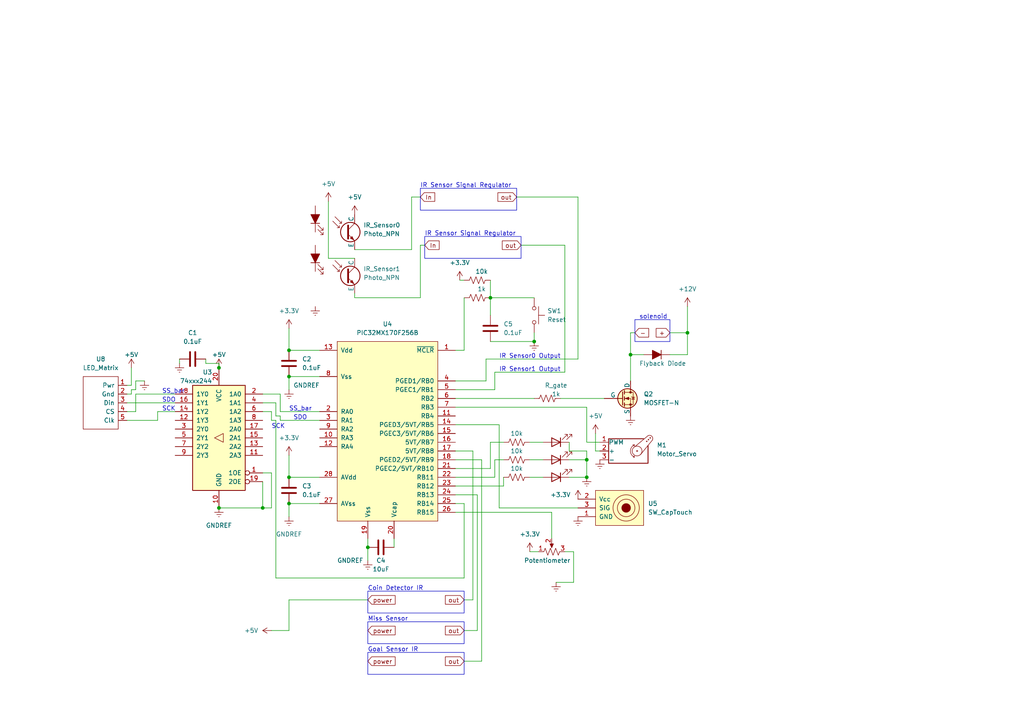
<source format=kicad_sch>
(kicad_sch (version 20230121) (generator eeschema)
  (paper "A4")
  (lib_symbols
    (symbol "Device:LED" (pin_numbers hide) (pin_names (offset 1.016) hide)
      (property "Reference" "D" (at 0 2.54 0))
      (property "Value" "LED" (at 0 -2.54 0))
      (symbol "LED_0_1"
        (polyline (pts (xy -1.27 -1.27) (xy -1.27 1.27)) (stroke (width 0.254)))
        (polyline (pts (xy -1.27 0) (xy 1.27 0)))
        (polyline (pts (xy 1.27 -1.27) (xy 1.27 1.27) (xy -1.27 0) (xy 1.27 -1.27)) (stroke (width 0.254)))
        (polyline (pts (xy -3.048 -0.762) (xy -4.572 -2.286) (xy -3.81 -2.286) (xy -4.572 -2.286) (xy -4.572 -1.524)))
        (polyline (pts (xy -1.778 -0.762) (xy -3.302 -2.286) (xy -2.54 -2.286) (xy -3.302 -2.286) (xy -3.302 -1.524)))
      )
      (symbol "LED_1_1"
        (pin passive line (at -3.81 0 0) (length 2.54) (name "K") (number "1"))
        (pin passive line (at 3.81 0 180) (length 2.54) (name "A") (number "2"))
      )
    )
    (symbol "ME218_BaseLib:74xxx244" (pin_names (offset 1.016))
      (property "Reference" "U" (at -7.62 16.51 0))
      (property "Value" "74xxx244" (at -7.62 -16.51 0))
      (symbol "74xxx244_1_0"
        (polyline (pts (xy 1.27 0) (xy -1.27 1.27) (xy -1.27 -1.27) (xy 1.27 0)) (stroke (width 0.1524)))
        (pin input inverted (at -12.7 -10.16 0) (length 5.08) (name "1OE") (number "1"))
        (pin power_in line (at 0 -20.32 90) (length 5.08) (name "GND") (number "10"))
        (pin input line (at -12.7 -5.08 0) (length 5.08) (name "2A3") (number "11"))
        (pin output line (at 12.7 5.08 180) (length 5.08) (name "1Y3") (number "12"))
        (pin input line (at -12.7 -2.54 0) (length 5.08) (name "2A2") (number "13"))
        (pin output line (at 12.7 7.62 180) (length 5.08) (name "1Y2") (number "14"))
        (pin input line (at -12.7 0 0) (length 5.08) (name "2A1") (number "15"))
        (pin output line (at 12.7 10.16 180) (length 5.08) (name "1Y1") (number "16"))
        (pin input line (at -12.7 2.54 0) (length 5.08) (name "2A0") (number "17"))
        (pin output line (at 12.7 12.7 180) (length 5.08) (name "1Y0") (number "18"))
        (pin input inverted (at -12.7 -12.7 0) (length 5.08) (name "2OE") (number "19"))
        (pin input line (at -12.7 12.7 0) (length 5.08) (name "1A0") (number "2"))
        (pin power_in line (at 0 20.32 270) (length 5.08) (name "VCC") (number "20"))
        (pin output line (at 12.7 2.54 180) (length 5.08) (name "2Y0") (number "3"))
        (pin input line (at -12.7 10.16 0) (length 5.08) (name "1A1") (number "4"))
        (pin output line (at 12.7 0 180) (length 5.08) (name "2Y1") (number "5"))
        (pin input line (at -12.7 7.62 0) (length 5.08) (name "1A2") (number "6"))
        (pin output line (at 12.7 -2.54 180) (length 5.08) (name "2Y2") (number "7"))
        (pin input line (at -12.7 5.08 0) (length 5.08) (name "1A3") (number "8"))
        (pin output line (at 12.7 -5.08 180) (length 5.08) (name "2Y3") (number "9"))
      )
      (symbol "74xxx244_1_1"
        (rectangle (start -7.62 15.24) (end 7.62 -15.24) (stroke (width 0.254)) (fill (type background)))
      )
    )
    (symbol "ME218_BaseLib:Cap" (pin_numbers hide) (pin_names (offset 0.254))
      (property "Reference" "C" (at 0.635 2.54 0))
      (property "Value" "Cap" (at 0.635 -2.54 0))
      (symbol "Cap_0_1"
        (polyline (pts (xy -2.032 -0.762) (xy 2.032 -0.762)) (stroke (width 0.508)))
        (polyline (pts (xy -2.032 0.762) (xy 2.032 0.762)) (stroke (width 0.508)))
      )
      (symbol "Cap_1_1"
        (pin passive line (at 0 3.81 270) (length 2.794) (name "~") (number "1"))
        (pin passive line (at 0 -3.81 90) (length 2.794) (name "~") (number "2"))
      )
    )
    (symbol "ME218_BaseLib:Diode" (pin_numbers hide) (pin_names (offset 1.016) hide)
      (property "Reference" "D" (at 0 2.54 0))
      (property "Value" "Diode" (at 0 -2.54 0))
      (symbol "Diode_0_1"
        (polyline (pts (xy -1.27 1.27) (xy -1.27 -1.27)) (stroke (width 0.2032)))
        (polyline (pts (xy 1.27 0) (xy -1.27 0)))
        (polyline (pts (xy 1.27 1.27) (xy 1.27 -1.27) (xy -1.27 0) (xy 1.27 1.27)) (stroke (width 0.2032)) (fill (type outline)))
      )
      (symbol "Diode_1_1"
        (pin passive line (at -3.81 0 0) (length 2.54) (name "K") (number "1"))
        (pin passive line (at 3.81 0 180) (length 2.54) (name "A") (number "2"))
      )
    )
    (symbol "ME218_BaseLib:LED" (pin_numbers hide) (pin_names (offset 1.016) hide)
      (property "Reference" "D" (at 0 2.54 0))
      (property "Value" "LED" (at 0 -2.54 0))
      (symbol "LED_0_1"
        (polyline (pts (xy -1.27 -1.27) (xy -1.27 1.27)) (stroke (width 0.2032)))
        (polyline (pts (xy -1.27 0) (xy 1.27 0)))
        (polyline (pts (xy 1.27 -1.27) (xy 1.27 1.27) (xy -1.27 0) (xy 1.27 -1.27)) (stroke (width 0.2032)) (fill (type outline)))
        (polyline (pts (xy -3.048 -0.762) (xy -4.572 -2.286) (xy -3.81 -2.286) (xy -4.572 -2.286) (xy -4.572 -1.524)))
        (polyline (pts (xy -1.778 -0.762) (xy -3.302 -2.286) (xy -2.54 -2.286) (xy -3.302 -2.286) (xy -3.302 -1.524)))
      )
      (symbol "LED_1_1"
        (pin passive line (at -3.81 0 0) (length 2.54) (name "K") (number "1"))
        (pin passive line (at 3.81 0 180) (length 2.54) (name "A") (number "2"))
      )
    )
    (symbol "ME218_BaseLib:LED_Matrix" (pin_names (offset 1.016))
      (property "Reference" "U" (at 1.27 17.78 0))
      (property "Value" "LED_Matrix" (at 5.08 0 0))
      (symbol "LED_Matrix_0_1"
        (rectangle (start 0 16.51) (end 10.16 1.27))
      )
      (symbol "LED_Matrix_1_1"
        (pin power_in line (at 12.7 13.97 180) (length 2.54) (name "Pwr") (number "1"))
        (pin power_in line (at 12.7 11.43 180) (length 2.54) (name "Gnd") (number "2"))
        (pin input line (at 12.7 8.89 180) (length 2.54) (name "Din") (number "3"))
        (pin input line (at 12.7 6.35 180) (length 2.54) (name "CS") (number "4"))
        (pin input line (at 12.7 3.81 180) (length 2.54) (name "Clk") (number "5"))
      )
    )
    (symbol "ME218_BaseLib:MCP6294"
      (property "Reference" "U" (at 1.27 5.08 0))
      (property "Value" "MCP6294" (at 3.81 -5.08 0))
      (symbol "MCP6294_0_1"
        (polyline (pts (xy -5.08 5.08) (xy 5.08 0) (xy -5.08 -5.08) (xy -5.08 5.08)) (stroke (width 0.1524)) (fill (type background)))
        (pin power_in line (at -2.54 -7.62 90) (length 3.81) (name "V-") (number "11"))
        (pin power_in line (at -2.54 7.62 270) (length 3.81) (name "V+") (number "4"))
      )
      (symbol "MCP6294_1_1"
        (pin output line (at 7.62 0 180) (length 2.54) (name "~") (number "1"))
        (pin input line (at -7.62 2.54 0) (length 2.54) (name "-") (number "2"))
        (pin input line (at -7.62 -2.54 0) (length 2.54) (name "+") (number "3"))
      )
      (symbol "MCP6294_2_1"
        (pin input line (at -7.62 -2.54 0) (length 2.54) (name "+") (number "5"))
        (pin input line (at -7.62 2.54 0) (length 2.54) (name "-") (number "6"))
        (pin output line (at 7.62 0 180) (length 2.54) (name "~") (number "7"))
      )
      (symbol "MCP6294_3_1"
        (pin input line (at -7.62 -2.54 0) (length 2.54) (name "+") (number "10"))
        (pin output line (at 7.62 0 180) (length 2.54) (name "~") (number "8"))
        (pin input line (at -7.62 2.54 0) (length 2.54) (name "-") (number "9"))
      )
      (symbol "MCP6294_4_1"
        (pin input line (at -7.62 -2.54 0) (length 2.54) (name "+") (number "12"))
        (pin input line (at -7.62 2.54 0) (length 2.54) (name "-") (number "13"))
        (pin output line (at 7.62 0 180) (length 2.54) (name "~") (number "14"))
      )
    )
    (symbol "ME218_BaseLib:MOSFET-N" (pin_numbers hide) (pin_names (offset 0))
      (property "Reference" "Q" (at 5.08 1.27 0))
      (property "Value" "MOSFET-N" (at 5.08 -1.27 0))
      (symbol "MOSFET-N_0_1"
        (polyline (pts (xy 0.0508 0) (xy 0.254 0)))
        (polyline (pts (xy 0.762 -1.778) (xy 2.54 -1.778)))
        (polyline (pts (xy 0.762 -1.27) (xy 0.762 -2.286)) (stroke (width 0.254)))
        (polyline (pts (xy 0.762 0) (xy 2.54 0)))
        (polyline (pts (xy 0.762 0.508) (xy 0.762 -0.508)) (stroke (width 0.254)))
        (polyline (pts (xy 0.762 1.778) (xy 2.54 1.778)))
        (polyline (pts (xy 0.762 2.286) (xy 0.762 1.27)) (stroke (width 0.254)))
        (polyline (pts (xy 2.54 -1.778) (xy 2.54 -2.54)))
        (polyline (pts (xy 2.54 -1.778) (xy 2.54 0)))
        (polyline (pts (xy 2.54 2.54) (xy 2.54 1.778)))
        (polyline (pts (xy 0.254 1.905) (xy 0.254 -1.905) (xy 0.254 -1.905)) (stroke (width 0.254)))
        (polyline (pts (xy 1.016 0) (xy 2.032 0.381) (xy 2.032 -0.381) (xy 1.016 0)) (fill (type outline)))
        (polyline (pts (xy 2.54 -1.778) (xy 3.302 -1.778) (xy 3.302 1.778) (xy 2.54 1.778)))
        (polyline (pts (xy 2.794 0.508) (xy 2.921 0.381) (xy 3.683 0.381) (xy 3.81 0.254)))
        (polyline (pts (xy 3.302 0.381) (xy 2.921 -0.254) (xy 3.683 -0.254) (xy 3.302 0.381)))
        (circle (center 1.651 0) (radius 2.8194) (stroke (width 0.254)) (fill (type background)))
        (circle (center 2.54 -1.778) (radius 0.2794) (fill (type outline)))
        (circle (center 2.54 1.778) (radius 0.2794) (fill (type outline)))
      )
      (symbol "MOSFET-N_1_1"
        (pin passive line (at 2.54 5.08 270) (length 2.54) (name "D") (number "1"))
        (pin input line (at -5.08 0 0) (length 5.08) (name "G") (number "2"))
        (pin passive line (at 2.54 -5.08 90) (length 2.54) (name "S") (number "3"))
      )
    )
    (symbol "ME218_BaseLib:Motor_Servo" (pin_names (offset 0.0254))
      (property "Reference" "M" (at -5.08 4.445 0))
      (property "Value" "Motor_Servo" (at -5.08 -4.064 0))
      (symbol "Motor_Servo_0_1"
        (polyline (pts (xy 2.413 -1.778) (xy 2.032 -1.778)))
        (polyline (pts (xy 2.413 -1.778) (xy 2.286 -1.397)))
        (polyline (pts (xy 2.413 1.778) (xy 1.905 1.778)))
        (polyline (pts (xy 2.413 1.778) (xy 2.286 1.397)))
        (polyline (pts (xy 6.35 4.445) (xy 2.54 1.27)))
        (polyline (pts (xy 7.62 3.175) (xy 4.191 -1.016)))
        (polyline (pts (xy 5.08 3.556) (xy -5.08 3.556) (xy -5.08 -3.556) (xy 6.35 -3.556) (xy 6.35 1.524)) (stroke (width 0.254)))
        (arc (start 2.413 1.778) (mid 1.2406 0) (end 2.413 -1.778))
        (circle (center 3.175 0) (radius 0.1778))
        (circle (center 3.175 0) (radius 1.4224))
        (circle (center 5.969 2.794) (radius 0.127))
        (circle (center 6.477 3.302) (radius 0.127))
        (circle (center 6.985 3.81) (radius 0.127))
        (arc (start 7.62 3.175) (mid 7.4485 4.2735) (end 6.35 4.445))
      )
      (symbol "Motor_Servo_1_1"
        (pin passive line (at -7.62 2.54 0) (length 2.54) (name "PWM") (number "1"))
        (pin passive line (at -7.62 0 0) (length 2.54) (name "+") (number "2"))
        (pin passive line (at -7.62 -2.54 0) (length 2.54) (name "-") (number "3"))
      )
    )
    (symbol "ME218_BaseLib:PIC32MX170F256B" (pin_names (offset 1.016))
      (property "Reference" "U" (at -20.32 25.4 0))
      (property "Value" "PIC32MX170F256B" (at -7.62 25.4 0))
      (symbol "PIC32MX170F256B_0_1"
        (rectangle (start -21.59 24.13) (end 7.62 -27.94) (fill (type background)))
      )
      (symbol "PIC32MX170F256B_1_1"
        (pin input line (at 12.7 21.59 180) (length 5.08) (name "~{MCLR}") (number "1"))
        (pin bidirectional line (at -26.67 -3.81 0) (length 5.08) (name "RA3") (number "10"))
        (pin bidirectional line (at 12.7 2.54 180) (length 5.08) (name "RB4") (number "11"))
        (pin bidirectional line (at -26.67 -6.35 0) (length 5.08) (name "RA4") (number "12"))
        (pin power_in line (at -26.67 21.59 0) (length 5.08) (name "Vdd") (number "13"))
        (pin bidirectional line (at 12.7 0 180) (length 5.08) (name "PGED3/5VT/RB5") (number "14"))
        (pin bidirectional line (at 12.7 -2.54 180) (length 5.08) (name "PGEC3/5VT/RB6") (number "15"))
        (pin bidirectional line (at 12.7 -5.08 180) (length 5.08) (name "5VT/RB7") (number "16"))
        (pin bidirectional line (at 12.7 -7.62 180) (length 5.08) (name "5VT/RB8") (number "17"))
        (pin bidirectional line (at 12.7 -10.16 180) (length 5.08) (name "PGED2/5VT/RB9") (number "18"))
        (pin power_in line (at -12.7 -33.02 90) (length 5.08) (name "Vss") (number "19"))
        (pin bidirectional line (at -26.67 3.81 0) (length 5.08) (name "RA0") (number "2"))
        (pin input line (at -5.08 -33.02 90) (length 5.08) (name "Vcap") (number "20"))
        (pin bidirectional line (at 12.7 -12.7 180) (length 5.08) (name "PGEC2/5VT/RB10") (number "21"))
        (pin bidirectional line (at 12.7 -15.24 180) (length 5.08) (name "RB11") (number "22"))
        (pin bidirectional line (at 12.7 -17.78 180) (length 5.08) (name "RB12") (number "23"))
        (pin bidirectional line (at 12.7 -20.32 180) (length 5.08) (name "RB13") (number "24"))
        (pin bidirectional line (at 12.7 -22.86 180) (length 5.08) (name "RB14") (number "25"))
        (pin bidirectional line (at 12.7 -25.4 180) (length 5.08) (name "RB15") (number "26"))
        (pin power_in line (at -26.67 -22.86 0) (length 5.08) (name "AVss") (number "27"))
        (pin power_in line (at -26.67 -15.24 0) (length 5.08) (name "AVdd") (number "28"))
        (pin bidirectional line (at -26.67 1.27 0) (length 5.08) (name "RA1") (number "3"))
        (pin bidirectional line (at 12.7 12.7 180) (length 5.08) (name "PGED1/RB0") (number "4"))
        (pin bidirectional line (at 12.7 10.16 180) (length 5.08) (name "PGEC1/RB1") (number "5"))
        (pin bidirectional line (at 12.7 7.62 180) (length 5.08) (name "RB2") (number "6"))
        (pin bidirectional line (at 12.7 5.08 180) (length 5.08) (name "RB3") (number "7"))
        (pin power_in line (at -26.67 13.97 0) (length 5.08) (name "Vss") (number "8"))
        (pin bidirectional line (at -26.67 -1.27 0) (length 5.08) (name "RA2") (number "9"))
      )
    )
    (symbol "ME218_BaseLib:Photo_NPN" (pin_numbers hide) (pin_names (offset 0))
      (property "Reference" "Q" (at 5.08 1.27 0))
      (property "Value" "Photo_NPN" (at 5.08 -1.27 0))
      (symbol "Photo_NPN_0_1"
        (polyline (pts (xy -1.905 1.27) (xy -2.54 1.27)))
        (polyline (pts (xy -1.27 2.54) (xy -1.905 2.54)))
        (polyline (pts (xy 0.635 0.635) (xy 2.54 2.54)))
        (polyline (pts (xy -3.81 3.175) (xy -1.905 1.27) (xy -1.905 1.905)))
        (polyline (pts (xy -3.175 4.445) (xy -1.27 2.54) (xy -1.27 3.175)))
        (polyline (pts (xy 0.635 -0.635) (xy 2.54 -2.54) (xy 2.54 -2.54)))
        (polyline (pts (xy 0.635 1.905) (xy 0.635 -1.905) (xy 0.635 -1.905)) (stroke (width 0.508)))
        (polyline (pts (xy 1.27 -1.778) (xy 1.778 -1.27) (xy 2.286 -2.286) (xy 1.27 -1.778) (xy 1.27 -1.778)) (fill (type outline)))
        (circle (center 1.27 0) (radius 2.8194) (stroke (width 0.254)))
      )
      (symbol "Photo_NPN_1_1"
        (pin passive line (at 2.54 5.08 270) (length 2.54) (name "C") (number "1"))
        (pin passive line (at 2.54 -5.08 90) (length 2.54) (name "E") (number "2"))
      )
    )
    (symbol "ME218_BaseLib:RPot1" (pin_names (offset 1.016) hide)
      (property "Reference" "RV" (at -4.445 0 90))
      (property "Value" "RPot1" (at -2.54 0 90))
      (symbol "RPot1_0_1"
        (polyline (pts (xy 0 -2.286) (xy 0 -2.54)))
        (polyline (pts (xy 0 2.54) (xy 0 2.286)))
        (polyline (pts (xy 2.54 0) (xy 1.524 0)))
        (polyline (pts (xy 1.143 0) (xy 2.286 0.508) (xy 2.286 -0.508) (xy 1.143 0)) (fill (type outline)))
        (polyline (pts (xy 0 -0.762) (xy 1.016 -1.143) (xy 0 -1.524) (xy -1.016 -1.905) (xy 0 -2.286)))
        (polyline (pts (xy 0 0.762) (xy 1.016 0.381) (xy 0 0) (xy -1.016 -0.381) (xy 0 -0.762)))
        (polyline (pts (xy 0 2.286) (xy 1.016 1.905) (xy 0 1.524) (xy -1.016 1.143) (xy 0 0.762)))
      )
      (symbol "RPot1_1_1"
        (pin passive line (at 0 3.81 270) (length 1.27) (name "1") (number "1"))
        (pin passive line (at 3.81 0 180) (length 1.27) (name "2") (number "2"))
        (pin passive line (at 0 -3.81 90) (length 1.27) (name "3") (number "3"))
      )
    )
    (symbol "ME218_BaseLib:Res1" (pin_numbers hide) (pin_names (offset 0))
      (property "Reference" "R" (at 2.54 0 90))
      (property "Value" "Res1" (at -2.54 0 90))
      (symbol "Res1_0_1"
        (polyline (pts (xy 0 -2.286) (xy 0 -2.54)))
        (polyline (pts (xy 0 2.286) (xy 0 2.54)))
        (polyline (pts (xy 0 -0.762) (xy 1.016 -1.143) (xy 0 -1.524) (xy -1.016 -1.905) (xy 0 -2.286)))
        (polyline (pts (xy 0 0.762) (xy 1.016 0.381) (xy 0 0) (xy -1.016 -0.381) (xy 0 -0.762)))
        (polyline (pts (xy 0 2.286) (xy 1.016 1.905) (xy 0 1.524) (xy -1.016 1.143) (xy 0 0.762)))
      )
      (symbol "Res1_1_1"
        (pin passive line (at 0 3.81 270) (length 1.27) (name "~") (number "1"))
        (pin passive line (at 0 -3.81 90) (length 1.27) (name "~") (number "2"))
      )
    )
    (symbol "ME218_BaseLib:SW-PB" (pin_numbers hide) (pin_names (offset 1.016) hide)
      (property "Reference" "SW" (at 1.27 2.54 0))
      (property "Value" "SW-PB" (at 0 -1.524 0))
      (symbol "SW-PB_0_1"
        (circle (center -2.032 0) (radius 0.508))
        (polyline (pts (xy 0 1.27) (xy 0 3.048)))
        (polyline (pts (xy 2.54 1.27) (xy -2.54 1.27)))
        (circle (center 2.032 0) (radius 0.508))
        (pin passive line (at -5.08 0 0) (length 2.54) (name "1") (number "1"))
        (pin passive line (at 5.08 0 180) (length 2.54) (name "2") (number "2"))
      )
    )
    (symbol "ME218_BaseLib:SW_CapTouch" (pin_names (offset 1.016))
      (property "Reference" "U" (at -3.81 6.35 0))
      (property "Value" "SW_CapTouch" (at 2.54 -6.35 0))
      (symbol "SW_CapTouch_0_1"
        (rectangle (start -5.08 5.08) (end 8.89 -5.08) (fill (type background)))
        (circle (center 3.81 0) (radius 1.27) (fill (type outline)))
        (circle (center 3.81 0) (radius 2.54))
        (circle (center 3.81 0) (radius 3.81))
      )
      (symbol "SW_CapTouch_1_1"
        (pin power_in line (at -10.16 -2.54 0) (length 5.08) (name "GND") (number "1"))
        (pin power_in line (at -10.16 2.54 0) (length 5.08) (name "Vcc") (number "2"))
        (pin output line (at -10.16 0 0) (length 5.08) (name "SIG") (number "3"))
      )
    )
    (symbol "power:+12V" (power) (pin_names (offset 0))
      (property "Value" "+12V" (at 0 3.556 0))
      (symbol "+12V_0_1"
        (polyline (pts (xy -0.762 1.27) (xy 0 2.54)))
        (polyline (pts (xy 0 0) (xy 0 2.54)))
        (polyline (pts (xy 0 2.54) (xy 0.762 1.27)))
      )
      (symbol "+12V_1_1"
        (pin power_in line (at 0 0 90) (length 0) hide (name "+12V") (number "1"))
      )
    )
    (symbol "power:+3.3V" (power) (pin_names (offset 0))
      (property "Value" "+3.3V" (at 0 3.556 0))
      (symbol "+3.3V_0_1"
        (polyline (pts (xy -0.762 1.27) (xy 0 2.54)))
        (polyline (pts (xy 0 0) (xy 0 2.54)))
        (polyline (pts (xy 0 2.54) (xy 0.762 1.27)))
      )
      (symbol "+3.3V_1_1"
        (pin power_in line (at 0 0 90) (length 0) hide (name "+3.3V") (number "1"))
      )
    )
    (symbol "power:+5V" (power) (pin_names (offset 0))
      (property "Value" "+5V" (at 0 3.556 0))
      (symbol "+5V_0_1"
        (polyline (pts (xy -0.762 1.27) (xy 0 2.54)))
        (polyline (pts (xy 0 0) (xy 0 2.54)))
        (polyline (pts (xy 0 2.54) (xy 0.762 1.27)))
      )
      (symbol "+5V_1_1"
        (pin power_in line (at 0 0 90) (length 0) hide (name "+5V") (number "1"))
      )
    )
    (symbol "power:GNDREF" (power) (pin_names (offset 0))
      (property "Value" "GNDREF" (at 0 -3.81 0))
      (symbol "GNDREF_0_1"
        (polyline (pts (xy -0.635 -1.905) (xy 0.635 -1.905)))
        (polyline (pts (xy -0.127 -2.54) (xy 0.127 -2.54)))
        (polyline (pts (xy 0 -1.27) (xy 0 0)))
        (polyline (pts (xy 1.27 -1.27) (xy -1.27 -1.27)))
      )
      (symbol "GNDREF_1_1"
        (pin power_in line (at 0 0 270) (length 0) hide (name "GNDREF") (number "1"))
      )
    )
  )
  (junction (at 83.82 146.05))
  (junction (at 359.41 50.8))
  (junction (at 334.01 66.04))
  (junction (at 106.68 158.75))
  (junction (at 379.73 68.58))
  (junction (at 379.73 71.12))
  (junction (at 416.56 67.31))
  (junction (at 398.78 57.15))
  (junction (at 154.94 99.06))
  (junction (at 170.18 138.43))
  (junction (at 346.71 50.8))
  (junction (at 365.76 63.5))
  (junction (at 170.18 133.35))
  (junction (at 412.75 67.31))
  (junction (at 351.79 50.8))
  (junction (at 63.5 106.68))
  (junction (at 199.39 96.52))
  (junction (at 63.5 147.32))
  (junction (at 83.82 138.43))
  (junction (at 76.2 147.32))
  (junction (at 379.73 63.5))
  (junction (at 182.88 102.87))
  (junction (at 83.82 101.6))
  (junction (at 142.24 86.36))
  (junction (at 393.7 68.58))
  (junction (at 83.82 109.22))
  (wire (pts (xy 83.82 173.99) (xy 83.82 182.88)))
  (wire (pts (xy 36.83 114.3) (xy 38.1 114.3)))
  (wire (pts (xy 59.69 105.41) (xy 63.5 105.41)))
  (wire (pts (xy 142.24 99.06) (xy 154.94 99.06)))
  (wire (pts (xy 38.1 113.03) (xy 39.37 113.03)))
  (wire (pts (xy 121.92 71.12) (xy 123.19 71.12)))
  (wire (pts (xy 143.51 133.35) (xy 143.51 138.43)))
  (wire (pts (xy 172.72 130.81) (xy 173.99 130.81)))
  (wire (pts (xy 45.72 119.38) (xy 50.8 119.38)))
  (wire (pts (xy 83.82 113.03) (xy 83.82 109.22)))
  (wire (pts (xy 81.28 120.65) (xy 80.01 120.65)))
  (wire (pts (xy 379.73 71.12) (xy 379.73 68.58)))
  (wire (pts (xy 83.82 146.05) (xy 92.71 146.05)))
  (wire (pts (xy 134.62 167.64) (xy 134.62 146.05)))
  (wire (pts (xy 80.01 121.92) (xy 78.74 121.92)))
  (wire (pts (xy 154.94 96.52) (xy 154.94 99.06)))
  (wire (pts (xy 132.08 110.49) (xy 140.97 110.49)))
  (wire (pts (xy 134.62 182.88) (xy 138.43 182.88)))
  (wire (pts (xy 132.08 130.81) (xy 137.16 130.81)))
  (wire (pts (xy 194.31 96.52) (xy 199.39 96.52)))
  (wire (pts (xy 76.2 139.7) (xy 76.2 147.32)))
  (wire (pts (xy 38.1 111.76) (xy 38.1 106.68)))
  (wire (pts (xy 80.01 116.84) (xy 76.2 116.84)))
  (wire (pts (xy 83.82 138.43) (xy 83.82 132.08)))
  (wire (pts (xy 416.56 67.31) (xy 412.75 67.31)))
  (wire (pts (xy 39.37 114.3) (xy 50.8 114.3)))
  (wire (pts (xy 146.05 140.97) (xy 132.08 140.97)))
  (wire (pts (xy 162.56 115.57) (xy 175.26 115.57)))
  (wire (pts (xy 182.88 102.87) (xy 186.69 102.87)))
  (wire (pts (xy 102.87 72.39) (xy 119.38 72.39)))
  (wire (pts (xy 146.05 133.35) (xy 143.51 133.35)))
  (wire (pts (xy 393.7 83.82) (xy 397.51 83.82)))
  (wire (pts (xy 144.78 147.32) (xy 144.78 123.19)))
  (wire (pts (xy 365.76 50.8) (xy 365.76 63.5)))
  (wire (pts (xy 334.01 66.04) (xy 350.52 66.04)))
  (wire (pts (xy 405.13 83.82) (xy 412.75 83.82)))
  (wire (pts (xy 78.74 137.16) (xy 78.74 147.32)))
  (wire (pts (xy 339.09 50.8) (xy 346.71 50.8)))
  (wire (pts (xy 102.87 86.36) (xy 121.92 86.36)))
  (wire (pts (xy 170.18 118.11) (xy 170.18 128.27)))
  (wire (pts (xy 38.1 114.3) (xy 38.1 113.03)))
  (wire (pts (xy 102.87 85.09) (xy 102.87 86.36)))
  (wire (pts (xy 134.62 86.36) (xy 134.62 101.6)))
  (wire (pts (xy 412.75 83.82) (xy 412.75 67.31)))
  (wire (pts (xy 170.18 133.35) (xy 165.1 133.35)))
  (wire (pts (xy 199.39 102.87) (xy 199.39 96.52)))
  (wire (pts (xy 416.56 64.77) (xy 416.56 67.31)))
  (wire (pts (xy 81.28 114.3) (xy 81.28 119.38)))
  (wire (pts (xy 132.08 115.57) (xy 154.94 115.57)))
  (wire (pts (xy 39.37 119.38) (xy 36.83 119.38)))
  (wire (pts (xy 153.67 138.43) (xy 157.48 138.43)))
  (wire (pts (xy 134.62 101.6) (xy 132.08 101.6)))
  (wire (pts (xy 140.97 104.14) (xy 167.64 104.14)))
  (wire (pts (xy 83.82 101.6) (xy 83.82 95.25)))
  (wire (pts (xy 153.67 133.35) (xy 157.48 133.35)))
  (wire (pts (xy 39.37 113.03) (xy 39.37 110.49)))
  (wire (pts (xy 167.64 147.32) (xy 144.78 147.32)))
  (wire (pts (xy 102.87 74.93) (xy 95.25 74.93)))
  (wire (pts (xy 95.25 58.42) (xy 95.25 74.93)))
  (wire (pts (xy 134.62 146.05) (xy 132.08 146.05)))
  (wire (pts (xy 163.83 160.02) (xy 166.37 160.02)))
  (wire (pts (xy 182.88 96.52) (xy 184.15 96.52)))
  (wire (pts (xy 398.78 57.15) (xy 416.56 57.15)))
  (wire (pts (xy 81.28 121.92) (xy 81.28 120.65)))
  (wire (pts (xy 359.41 40.64) (xy 359.41 50.8)))
  (wire (pts (xy 80.01 121.92) (xy 80.01 167.64)))
  (wire (pts (xy 142.24 91.44) (xy 142.24 86.36)))
  (wire (pts (xy 142.24 135.89) (xy 142.24 128.27)))
  (wire (pts (xy 39.37 114.3) (xy 39.37 119.38)))
  (wire (pts (xy 151.13 71.12) (xy 163.83 71.12)))
  (wire (pts (xy 398.78 57.15) (xy 398.78 58.42)))
  (wire (pts (xy 45.72 119.38) (xy 45.72 121.92)))
  (wire (pts (xy 165.1 128.27) (xy 165.1 130.81)))
  (wire (pts (xy 36.83 111.76) (xy 38.1 111.76)))
  (wire (pts (xy 379.73 62.23) (xy 379.73 63.5)))
  (wire (pts (xy 138.43 143.51) (xy 138.43 182.88)))
  (wire (pts (xy 166.37 168.91) (xy 161.29 168.91)))
  (wire (pts (xy 142.24 81.28) (xy 142.24 86.36)))
  (wire (pts (xy 45.72 121.92) (xy 36.83 121.92)))
  (wire (pts (xy 78.74 121.92) (xy 78.74 119.38)))
  (wire (pts (xy 114.3 156.21) (xy 114.3 158.75)))
  (wire (pts (xy 119.38 57.15) (xy 121.92 57.15)))
  (wire (pts (xy 379.73 52.07) (xy 379.73 54.61)))
  (wire (pts (xy 63.5 105.41) (xy 63.5 106.68)))
  (wire (pts (xy 160.02 148.59) (xy 160.02 156.21)))
  (wire (pts (xy 39.37 110.49) (xy 41.91 110.49)))
  (wire (pts (xy 167.64 57.15) (xy 167.64 104.14)))
  (wire (pts (xy 346.71 50.8) (xy 346.71 60.96)))
  (wire (pts (xy 199.39 96.52) (xy 199.39 88.9)))
  (wire (pts (xy 76.2 137.16) (xy 78.74 137.16)))
  (wire (pts (xy 149.86 57.15) (xy 167.64 57.15)))
  (wire (pts (xy 379.73 68.58) (xy 393.7 68.58)))
  (wire (pts (xy 106.68 156.21) (xy 106.68 158.75)))
  (wire (pts (xy 170.18 138.43) (xy 170.18 133.35)))
  (wire (pts (xy 140.97 110.49) (xy 140.97 104.14)))
  (wire (pts (xy 81.28 114.3) (xy 76.2 114.3)))
  (wire (pts (xy 351.79 40.64) (xy 351.79 50.8)))
  (wire (pts (xy 163.83 107.95) (xy 143.51 107.95)))
  (wire (pts (xy 379.73 63.5) (xy 393.7 63.5)))
  (wire (pts (xy 132.08 143.51) (xy 138.43 143.51)))
  (wire (pts (xy 106.68 173.99) (xy 83.82 173.99)))
  (wire (pts (xy 137.16 130.81) (xy 137.16 173.99)))
  (wire (pts (xy 355.6 58.42) (xy 355.6 55.88)))
  (wire (pts (xy 92.71 121.92) (xy 81.28 121.92)))
  (wire (pts (xy 83.82 109.22) (xy 92.71 109.22)))
  (wire (pts (xy 143.51 107.95) (xy 143.51 113.03)))
  (wire (pts (xy 166.37 160.02) (xy 166.37 168.91)))
  (wire (pts (xy 80.01 167.64) (xy 134.62 167.64)))
  (wire (pts (xy 139.7 133.35) (xy 139.7 191.77)))
  (wire (pts (xy 78.74 119.38) (xy 76.2 119.38)))
  (wire (pts (xy 121.92 86.36) (xy 121.92 71.12)))
  (wire (pts (xy 142.24 86.36) (xy 154.94 86.36)))
  (wire (pts (xy 182.88 102.87) (xy 182.88 96.52)))
  (wire (pts (xy 132.08 113.03) (xy 143.51 113.03)))
  (wire (pts (xy 379.73 68.58) (xy 379.73 63.5)))
  (wire (pts (xy 393.7 83.82) (xy 393.7 68.58)))
  (wire (pts (xy 142.24 128.27) (xy 146.05 128.27)))
  (wire (pts (xy 153.67 128.27) (xy 157.48 128.27)))
  (wire (pts (xy 182.88 110.49) (xy 182.88 102.87)))
  (wire (pts (xy 132.08 135.89) (xy 142.24 135.89)))
  (wire (pts (xy 76.2 147.32) (xy 63.5 147.32)))
  (wire (pts (xy 416.56 67.31) (xy 422.91 67.31)))
  (wire (pts (xy 172.72 125.73) (xy 172.72 130.81)))
  (wire (pts (xy 146.05 138.43) (xy 146.05 140.97)))
  (wire (pts (xy 143.51 138.43) (xy 132.08 138.43)))
  (wire (pts (xy 81.28 119.38) (xy 92.71 119.38)))
  (wire (pts (xy 83.82 138.43) (xy 92.71 138.43)))
  (wire (pts (xy 165.1 130.81) (xy 170.18 130.81)))
  (wire (pts (xy 134.62 81.28) (xy 133.35 81.28)))
  (wire (pts (xy 137.16 173.99) (xy 134.62 173.99)))
  (wire (pts (xy 83.82 101.6) (xy 92.71 101.6)))
  (wire (pts (xy 144.78 123.19) (xy 132.08 123.19)))
  (wire (pts (xy 412.75 67.31) (xy 408.94 67.31)))
  (wire (pts (xy 106.68 162.56) (xy 106.68 158.75)))
  (wire (pts (xy 83.82 149.86) (xy 83.82 146.05)))
  (wire (pts (xy 346.71 50.8) (xy 351.79 50.8)))
  (wire (pts (xy 59.69 104.14) (xy 59.69 105.41)))
  (wire (pts (xy 36.83 116.84) (xy 50.8 116.84)))
  (wire (pts (xy 132.08 118.11) (xy 170.18 118.11)))
  (wire (pts (xy 132.08 148.59) (xy 160.02 148.59)))
  (wire (pts (xy 83.82 182.88) (xy 78.74 182.88)))
  (wire (pts (xy 132.08 133.35) (xy 139.7 133.35)))
  (wire (pts (xy 408.94 67.31) (xy 408.94 66.04)))
  (wire (pts (xy 339.09 40.64) (xy 339.09 50.8)))
  (wire (pts (xy 359.41 50.8) (xy 365.76 50.8)))
  (wire (pts (xy 134.62 191.77) (xy 139.7 191.77)))
  (wire (pts (xy 346.71 60.96) (xy 350.52 60.96)))
  (wire (pts (xy 365.76 63.5) (xy 379.73 63.5)))
  (wire (pts (xy 80.01 120.65) (xy 80.01 116.84)))
  (wire (pts (xy 163.83 71.12) (xy 163.83 107.95)))
  (wire (pts (xy 78.74 147.32) (xy 76.2 147.32)))
  (wire (pts (xy 119.38 72.39) (xy 119.38 57.15)))
  (wire (pts (xy 165.1 138.43) (xy 170.18 138.43)))
  (wire (pts (xy 170.18 128.27) (xy 173.99 128.27)))
  (wire (pts (xy 379.73 72.39) (xy 379.73 71.12)))
  (wire (pts (xy 194.31 102.87) (xy 199.39 102.87)))
  (wire (pts (xy 170.18 130.81) (xy 170.18 133.35)))
  (wire (pts (xy 153.67 160.02) (xy 156.21 160.02)))
  (wire (pts (xy 52.07 105.41) (xy 52.07 104.14)))
  (rectangle (start 326.39 33.02) (end 429.26 87.63))
  (rectangle (start 129.54 140.97) (end 129.54 140.97))
  (rectangle (start 106.68 171.45) (end 134.62 177.8))
  (rectangle (start 106.68 180.34) (end 134.62 186.69))
  (rectangle (start 123.19 68.58) (end 151.13 74.93))
  (rectangle (start 106.68 189.23) (end 134.62 195.58))
  (rectangle (start 121.92 54.61) (end 149.86 60.96))
  (rectangle (start 184.15 92.71) (end 194.31 99.06))
  (text "SS_bar\n" (at 46.99 114.3 0) (effects (font (size 1.27 1.27)) (justify left bottom)))
  (text "Coin Detector IR" (at 106.68 171.45 0) (effects (font (size 1.27 1.27)) (justify left bottom)))
  (text "Goal Sensor IR\n" (at 106.68 189.23 0) (effects (font (size 1.27 1.27)) (justify left bottom)))
  (text "SDO" (at 85.09 121.92 0) (effects (font (size 1.27 1.27)) (justify left bottom)))
  (text "Miss Sensor" (at 106.68 180.34 0) (effects (font (size 1.27 1.27)) (justify left bottom)))
  (text "IR Sensor1 Output\n" (at 144.78 107.95 0) (effects (font (size 1.27 1.27)) (justify left bottom)))
  (text "SDO" (at 46.99 116.84 0) (effects (font (size 1.27 1.27)) (justify left bottom)))
  (text "IR Sensor0 Output\n" (at 144.78 104.14 0) (effects (font (size 1.27 1.27)) (justify left bottom)))
  (text "IR Sensor Signal Regulator\n" (at 123.19 68.58 0) (effects (font (size 1.27 1.27)) (justify left bottom)))
  (text "SCK\n" (at 46.99 119.38 0) (effects (font (size 1.27 1.27)) (justify left bottom)))
  (text "input\n" (at 340.36 43.18 0) (effects (font (size 1.27 1.27)) (justify left bottom)))
  (text "IR Sensor Signal Regulator\n" (at 363.22 31.75 0) (effects (font (size 1.27 1.27)) (justify left bottom)))
  (text "SS_bar\n" (at 83.82 119.38 0) (effects (font (size 1.27 1.27)) (justify left bottom)))
  (text "solenoid\n" (at 185.42 92.71 0) (effects (font (size 1.27 1.27)) (justify left bottom)))
  (text "SCK\n" (at 78.74 124.46 0) (effects (font (size 1.27 1.27)) (justify left bottom)))
  (text "IR Sensor Signal Regulator\n" (at 121.92 54.61 0) (effects (font (size 1.27 1.27)) (justify left bottom)))
  (label "output" (at 421.64 66.04 0))
  (global_label "+" (shape input) (at 194.31 96.52 180) (property "Intersheetrefs" "${INTERSHEET_REFS}" (effects hide)))
  (global_label "-" (shape input) (at 184.15 96.52 0) (property "Intersheetrefs" "${INTERSHEET_REFS}" (effects hide)))
  (global_label "power" (shape input) (at 106.68 182.88 0) (property "Intersheetrefs" "${INTERSHEET_REFS}" (effects hide)))
  (global_label "In" (shape input) (at 123.19 71.12 0) (property "Intersheetrefs" "${INTERSHEET_REFS}" (effects hide)))
  (global_label "out" (shape input) (at 134.62 191.77 180) (property "Intersheetrefs" "${INTERSHEET_REFS}" (effects hide)))
  (global_label "out" (shape input) (at 149.86 57.15 180) (property "Intersheetrefs" "${INTERSHEET_REFS}" (effects hide)))
  (global_label "power" (shape input) (at 106.68 173.99 0) (property "Intersheetrefs" "${INTERSHEET_REFS}" (effects hide)))
  (global_label "In" (shape input) (at 121.92 57.15 0) (property "Intersheetrefs" "${INTERSHEET_REFS}" (effects hide)))
  (global_label "out" (shape input) (at 151.13 71.12 180) (property "Intersheetrefs" "${INTERSHEET_REFS}" (effects hide)))
  (global_label "out" (shape input) (at 134.62 182.88 180) (property "Intersheetrefs" "${INTERSHEET_REFS}" (effects hide)))
  (global_label "out" (shape input) (at 134.62 173.99 180) (property "Intersheetrefs" "${INTERSHEET_REFS}" (effects hide)))
  (global_label "power" (shape input) (at 106.68 191.77 0) (property "Intersheetrefs" "${INTERSHEET_REFS}" (effects hide)))
  (symbol (lib_id "ME218_BaseLib:Res1") (at 355.6 50.8 90) (unit 1)
    (property "Reference" "R5" (at 355.6 44.45 90))
    (property "Value" "330k" (at 355.6 46.99 90))
  )
  (symbol (lib_id "power:+5V") (at 63.5 106.68 0) (unit 1)
    (property "Reference" "#PWR010" (effects hide))
    (property "Value" "+5V" (at 63.5 102.87 0))
  )
  (symbol (lib_id "power:+5V") (at 398.78 57.15 0) (unit 1)
    (property "Reference" "#PWR023" (effects hide))
    (property "Value" "+3.3V" (at 398.78 53.34 0))
  )
  (symbol (lib_id "ME218_BaseLib:Motor_Servo") (at 181.61 130.81 0) (unit 1)
    (property "Reference" "M1" (at 190.5 129.1066 0) (effects (justify left)))
    (property "Value" "Motor_Servo" (at 190.5 131.6466 0) (effects (justify left)))
  )
  (symbol (lib_id "power:GNDREF") (at 154.94 99.06 0) (unit 1)
    (property "Reference" "#PWR018" (effects hide))
    (property "Value" "GNDREF" (effects hide))
  )
  (symbol (lib_id "ME218_BaseLib:Photo_NPN") (at 100.33 80.01 0) (unit 1)
    (property "Reference" "IR_Sensor1" (at 105.41 77.9907 0) (effects (justify left)))
    (property "Value" "Photo_NPN" (at 105.41 80.5307 0) (effects (justify left)))
  )
  (symbol (lib_id "power:GNDREF") (at 106.68 162.56 0) (unit 1)
    (property "Reference" "#PWR016" (effects hide))
    (property "Value" "GNDREF" (at 101.6 162.56 0))
  )
  (symbol (lib_id "ME218_BaseLib:SW_CapTouch") (at 177.8 147.32 0) (unit 1)
    (property "Reference" "U5" (at 187.96 146.05 0) (effects (justify left)))
    (property "Value" "SW_CapTouch" (at 187.96 148.59 0) (effects (justify left)))
  )
  (symbol (lib_id "power:+5V") (at 78.74 182.88 90) (unit 1)
    (property "Reference" "#PWR033" (effects hide))
    (property "Value" "+5V" (at 74.93 182.88 90) (effects (justify left)))
  )
  (symbol (lib_id "power:+5V") (at 102.87 62.23 0) (unit 1)
    (property "Reference" "#PWR029" (effects hide))
    (property "Value" "+5V" (at 102.87 57.15 0))
  )
  (symbol (lib_id "power:GNDREF") (at 379.73 78.74 0) (unit 1)
    (property "Reference" "#PWR09" (effects hide))
    (property "Value" "GNDREF" (at 379.73 83.82 0))
  )
  (symbol (lib_id "ME218_BaseLib:Cap") (at 142.24 95.25 180) (unit 1)
    (property "Reference" "C5" (at 146.05 93.9799 0) (effects (justify right)))
    (property "Value" "0.1uF" (at 146.05 96.5199 0) (effects (justify right)))
  )
  (symbol (lib_id "ME218_BaseLib:Cap") (at 83.82 142.24 180) (unit 1)
    (property "Reference" "C3" (at 87.63 140.9699 0) (effects (justify right)))
    (property "Value" "0.1uF" (at 87.63 143.5099 0) (effects (justify right)))
  )
  (symbol (lib_id "ME218_BaseLib:Photo_NPN") (at 100.33 67.31 0) (unit 1)
    (property "Reference" "IR_Sensor0" (at 105.41 65.2907 0) (effects (justify left)))
    (property "Value" "Photo_NPN" (at 105.41 67.8307 0) (effects (justify left)))
  )
  (symbol (lib_id "ME218_BaseLib:Res1") (at 355.6 40.64 90) (unit 1)
    (property "Reference" "R4" (at 355.6 34.29 90))
    (property "Value" "330k" (at 355.6 36.83 90))
  )
  (symbol (lib_id "power:GNDREF") (at 52.07 105.41 0) (unit 1)
    (property "Reference" "#PWR024" (effects hide))
    (property "Value" "GNDREF" (effects hide))
  )
  (symbol (lib_id "power:+3.3V") (at 83.82 95.25 0) (unit 1)
    (property "Reference" "#PWR012" (effects hide))
    (property "Value" "+3.3V" (at 83.82 90.17 0))
  )
  (symbol (lib_id "power:GNDREF") (at 170.18 138.43 0) (unit 1)
    (property "Reference" "#PWR030" (effects hide))
    (property "Value" "GNDREF" (effects hide))
  )
  (symbol (lib_id "ME218_BaseLib:Res1") (at 334.01 62.23 180) (unit 1)
    (property "Reference" "R2" (at 336.55 61.595 0) (effects (justify right)))
    (property "Value" "10k" (at 336.55 64.135 0) (effects (justify right)))
  )
  (symbol (lib_id "power:+12V") (at 199.39 88.9 0) (unit 1)
    (property "Reference" "#PWR02" (effects hide))
    (property "Value" "+12V" (at 199.39 83.82 0))
  )
  (symbol (lib_id "power:+5V") (at 355.6 58.42 0) (unit 1)
    (property "Reference" "#PWR06" (effects hide))
    (property "Value" "+5V" (at 355.6 53.34 0))
  )
  (symbol (lib_id "power:+5V") (at 95.25 58.42 0) (unit 1)
    (property "Reference" "#PWR028" (effects hide))
    (property "Value" "+5V" (at 95.25 53.34 0))
  )
  (symbol (lib_id "Device:LED") (at 161.29 138.43 180) (unit 1)
    (property "Reference" "D6" (effects hide))
    (property "Value" "LED" (effects hide))
  )
  (symbol (lib_id "ME218_BaseLib:Diode") (at 190.5 102.87 180) (unit 1)
    (property "Reference" "D1" (effects hide))
    (property "Value" "Flyback Diode" (at 185.42 105.41 0) (effects (justify right)))
  )
  (symbol (lib_id "ME218_BaseLib:Res1") (at 149.86 128.27 90) (unit 1)
    (property "Reference" "R1" (effects hide))
    (property "Value" "10k" (at 149.86 125.73 90))
  )
  (symbol (lib_id "ME218_BaseLib:MCP6294") (at 358.14 63.5 0) (unit 1)
    (property "Reference" "U1" (at 369.57 59.3091 0))
    (property "Value" "MCP6294" (at 369.57 61.8491 0))
  )
  (symbol (lib_id "ME218_BaseLib:RPot1") (at 160.02 160.02 90) (unit 1)
    (property "Reference" "RV1" (effects hide))
    (property "Value" "Potentiometer" (at 158.75 162.56 90))
  )
  (symbol (lib_id "ME218_BaseLib:Res1") (at 149.86 133.35 90) (unit 1)
    (property "Reference" "R10" (effects hide))
    (property "Value" "10k" (at 149.86 130.81 90))
  )
  (symbol (lib_id "ME218_BaseLib:Res1") (at 416.56 60.96 0) (unit 1)
    (property "Reference" "R_pull1" (at 419.1 59.69 0) (effects (justify left)))
    (property "Value" "3.3k" (at 419.1 62.865 0) (effects (justify left)))
  )
  (symbol (lib_id "power:GNDREF") (at 355.6 71.12 0) (unit 1)
    (property "Reference" "#PWR07" (effects hide))
    (property "Value" "GNDREF" (at 355.6 76.2 0))
  )
  (symbol (lib_id "Device:LED") (at 161.29 133.35 180) (unit 1)
    (property "Reference" "D5" (effects hide))
    (property "Value" "LED" (effects hide))
  )
  (symbol (lib_id "Device:LED") (at 161.29 128.27 180) (unit 1)
    (property "Reference" "D4" (effects hide))
    (property "Value" "LED" (effects hide))
  )
  (symbol (lib_id "power:+3.3V") (at 133.35 81.28 0) (unit 1)
    (property "Reference" "#PWR017" (effects hide))
    (property "Value" "+3.3V" (at 133.35 76.2 0))
  )
  (symbol (lib_id "power:+3.3V") (at 153.67 160.02 0) (unit 1)
    (property "Reference" "#PWR020" (effects hide))
    (property "Value" "+3.3V" (at 153.67 154.94 0))
  )
  (symbol (lib_id "ME218_BaseLib:Res1") (at 379.73 58.42 0) (unit 1)
    (property "Reference" "R6" (at 375.92 55.88 0) (effects (justify left)))
    (property "Value" "22k" (at 382.27 60.325 0) (effects (justify left)))
  )
  (symbol (lib_id "ME218_BaseLib:Res1") (at 138.43 81.28 90) (unit 1)
    (property "Reference" "R9" (effects hide))
    (property "Value" "10k" (at 139.7 78.74 90))
  )
  (symbol (lib_id "ME218_BaseLib:LED") (at 91.44 63.5 90) (unit 1)
    (property "Reference" "D3" (effects hide))
    (property "Value" "IR LED0" (effects hide))
  )
  (symbol (lib_id "power:+3.3V") (at 83.82 132.08 0) (unit 1)
    (property "Reference" "#PWR014" (effects hide))
    (property "Value" "+3.3V" (at 83.82 127 0))
  )
  (symbol (lib_id "power:GNDREF") (at 173.99 133.35 0) (unit 1)
    (property "Reference" "#PWR031" (effects hide))
    (property "Value" "GNDREF" (effects hide))
  )
  (symbol (lib_id "ME218_BaseLib:Cap") (at 110.49 158.75 90) (unit 1)
    (property "Reference" "C4" (at 110.49 162.56 90))
    (property "Value" "10uF" (at 110.49 165.1 90))
  )
  (symbol (lib_id "ME218_BaseLib:Cap") (at 83.82 105.41 180) (unit 1)
    (property "Reference" "C2" (at 87.63 104.1399 0) (effects (justify right)))
    (property "Value" "0.1uF" (at 87.63 106.6799 0) (effects (justify right)))
  )
  (symbol (lib_id "power:GNDREF") (at 83.82 149.86 0) (unit 1)
    (property "Reference" "#PWR015" (effects hide))
    (property "Value" "GNDREF" (at 83.82 154.94 0))
  )
  (symbol (lib_id "power:GNDREF") (at 83.82 113.03 0) (unit 1)
    (property "Reference" "#PWR013" (effects hide))
    (property "Value" "GNDREF" (at 88.9 111.76 0))
  )
  (symbol (lib_id "ME218_BaseLib:74xxx244") (at 63.5 127 0) (mirror y) (unit 1)
    (property "Reference" "U3" (at 61.5441 107.95 0) (effects (justify left)))
    (property "Value" "74xxx244" (at 61.5441 110.49 0) (effects (justify left)))
  )
  (symbol (lib_id "ME218_BaseLib:SW-PB") (at 154.94 91.44 270) (unit 1)
    (property "Reference" "SW1" (at 158.75 90.1699 90) (effects (justify left)))
    (property "Value" "Reset" (at 158.75 92.7099 90) (effects (justify left)))
  )
  (symbol (lib_id "power:+5V") (at 172.72 125.73 0) (unit 1)
    (property "Reference" "#PWR032" (effects hide))
    (property "Value" "+5V" (at 172.72 120.65 0))
  )
  (symbol (lib_id "power:GNDREF") (at 182.88 120.65 0) (unit 1)
    (property "Reference" "#PWR01" (effects hide))
    (property "Value" "GNDREF" (effects hide))
  )
  (symbol (lib_id "ME218_BaseLib:Res1") (at 401.32 83.82 90) (unit 1)
    (property "Reference" "R8" (at 401.32 86.36 90))
    (property "Value" "100k" (at 401.32 81.28 90))
  )
  (symbol (lib_id "power:GNDREF") (at 161.29 168.91 0) (unit 1)
    (property "Reference" "#PWR019" (effects hide))
    (property "Value" "GNDREF" (effects hide))
  )
  (symbol (lib_id "power:+3.3V") (at 167.64 144.78 0) (unit 1)
    (property "Reference" "#PWR025" (effects hide))
    (property "Value" "+3.3V" (at 162.56 143.51 0))
  )
  (symbol (lib_id "power:GNDREF") (at 63.5 147.32 0) (unit 1)
    (property "Reference" "#PWR011" (effects hide))
    (property "Value" "GNDREF" (at 63.5 152.4 0))
  )
  (symbol (lib_id "ME218_BaseLib:Cap") (at 55.88 104.14 90) (unit 1)
    (property "Reference" "C1" (at 55.88 96.52 90))
    (property "Value" "0.1uF" (at 55.88 99.06 90))
  )
  (symbol (lib_id "ME218_BaseLib:LED_Matrix") (at 24.13 125.73 0) (unit 1)
    (property "Reference" "U8" (at 29.21 104.14 0))
    (property "Value" "LED_Matrix" (at 29.21 106.68 0))
  )
  (symbol (lib_id "power:GNDREF") (at 334.01 73.66 0) (unit 1)
    (property "Reference" "#PWR05" (effects hide))
    (property "Value" "GNDREF" (at 334.01 78.74 0))
  )
  (symbol (lib_id "ME218_BaseLib:Res1") (at 158.75 115.57 90) (unit 1)
    (property "Reference" "R_gate" (at 161.29 111.76 90))
    (property "Value" "1k" (at 161.29 114.3 90))
  )
  (symbol (lib_id "ME218_BaseLib:MOSFET-N") (at 180.34 115.57 0) (unit 1)
    (property "Reference" "Q2" (at 186.69 114.3 0) (effects (justify left)))
    (property "Value" "MOSFET-N" (at 186.69 116.84 0) (effects (justify left)))
  )
  (symbol (lib_id "power:GNDREF") (at 91.44 88.9 0) (unit 1)
    (property "Reference" "#PWR03" (effects hide))
    (property "Value" "GNDREF" (effects hide))
  )
  (symbol (lib_id "power:GNDREF") (at 167.64 149.86 0) (unit 1)
    (property "Reference" "#PWR026" (effects hide))
    (property "Value" "GNDREF" (effects hide))
  )
  (symbol (lib_id "ME218_BaseLib:Res1") (at 149.86 138.43 90) (unit 1)
    (property "Reference" "R12" (effects hide))
    (property "Value" "10k" (at 149.86 135.89 90))
  )
  (symbol (lib_id "power:GNDREF") (at 398.78 73.66 0) (unit 1)
    (property "Reference" "#PWR027" (effects hide))
    (property "Value" "GNDREF" (at 398.78 78.74 0))
  )
  (symbol (lib_id "power:+5V") (at 38.1 106.68 0) (unit 1)
    (property "Reference" "#PWR021" (effects hide))
    (property "Value" "+5V" (at 38.1 102.87 0))
  )
  (symbol (lib_id "ME218_BaseLib:LED") (at 91.44 74.93 90) (unit 1)
    (property "Reference" "D2" (effects hide))
    (property "Value" "IR LED1" (effects hide))
  )
  (symbol (lib_id "ME218_BaseLib:Res1") (at 138.43 86.36 90) (unit 1)
    (property "Reference" "R11" (effects hide))
    (property "Value" "1k" (at 139.7 83.82 90))
  )
  (symbol (lib_id "power:GNDREF") (at 41.91 110.49 0) (unit 1)
    (property "Reference" "#PWR022" (effects hide))
    (property "Value" "GNDREF" (effects hide))
  )
  (symbol (lib_id "ME218_BaseLib:Res1") (at 334.01 69.85 180) (unit 1)
    (property "Reference" "R3" (at 336.55 69.215 0) (effects (justify right)))
    (property "Value" "10k" (at 336.55 71.755 0) (effects (justify right)))
  )
  (symbol (lib_id "ME218_BaseLib:Res1") (at 379.73 74.93 0) (unit 1)
    (property "Reference" "R7" (at 375.92 74.93 0) (effects (justify left)))
    (property "Value" "22k" (at 382.27 74.93 0) (effects (justify left)))
  )
  (symbol (lib_id "ME218_BaseLib:PIC32MX170F256B") (at 119.38 123.19 0) (unit 1)
    (property "Reference" "U4" (at 112.395 93.98 0))
    (property "Value" "PIC32MX170F256B" (at 112.395 96.52 0))
  )
  (symbol (lib_id "ME218_BaseLib:MCP6294") (at 401.32 66.04 0) (unit 1)
    (property "Reference" "U2" (at 402.59 60.96 0))
    (property "Value" "Comparator" (at 405.13 62.23 0))
  )
  (symbol (lib_id "power:+5V") (at 379.73 52.07 0) (unit 1)
    (property "Reference" "#PWR08" (effects hide))
    (property "Value" "+3.3V" (at 379.73 46.99 0))
  )
  (symbol (lib_id "power:+5V") (at 334.01 58.42 0) (unit 1)
    (property "Reference" "#PWR04" (effects hide))
    (property "Value" "+5V" (at 334.01 53.34 0))
  )
)
</source>
